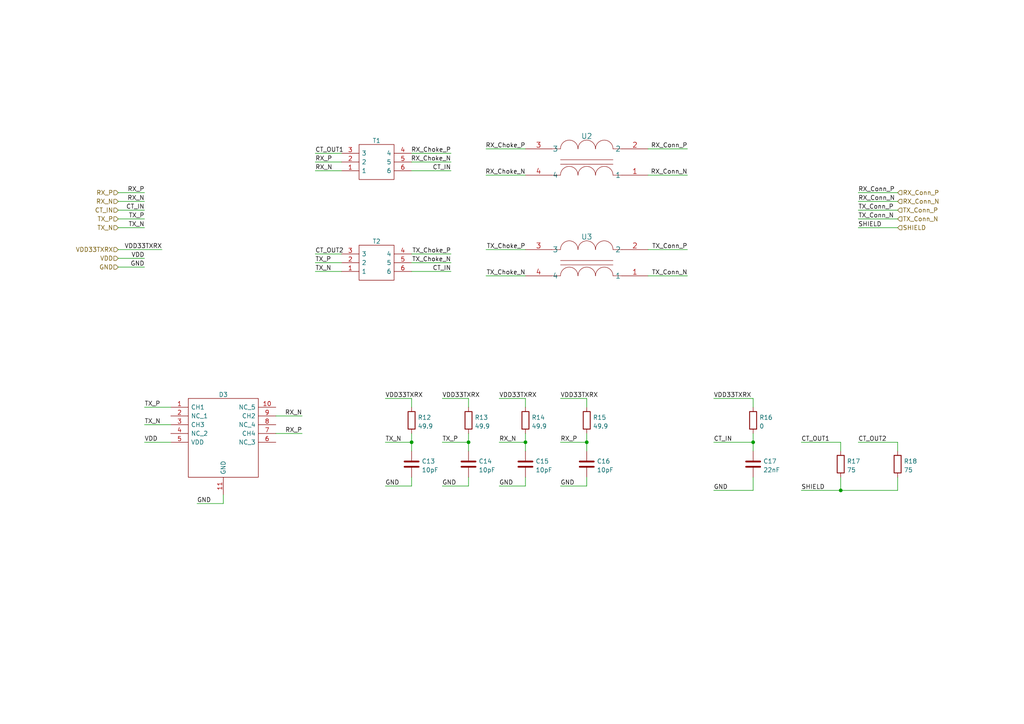
<source format=kicad_sch>
(kicad_sch (version 20230121) (generator eeschema)
  (paper "A4")
  (lib_symbols
    (symbol "CMS_ESD_Protection:CDDFN10-3304NA" (pin_names (offset 0.762))
      (property "Reference" "D" (at 26.67 7.62 0))
      (symbol "CDDFN10-3304NA_0_0"
        (pin bidirectional line (at 0 0 0) (length 5.08) (name "CH1") (number "1"))
        (pin passive line (at 30.48 0 180) (length 5.08) (name "NC_5") (number "10"))
        (pin power_in line (at 15.24 -25.4 90) (length 5.08) (name "GND") (number "11"))
        (pin passive line (at 0 -2.54 0) (length 5.08) (name "NC_1") (number "2"))
        (pin bidirectional line (at 0 -5.08 0) (length 5.08) (name "CH3") (number "3"))
        (pin passive line (at 0 -7.62 0) (length 5.08) (name "NC_2") (number "4"))
        (pin power_in line (at 0 -10.16 0) (length 5.08) (name "VDD") (number "5"))
        (pin passive line (at 30.48 -10.16 180) (length 5.08) (name "NC_3") (number "6"))
        (pin bidirectional line (at 30.48 -7.62 180) (length 5.08) (name "CH4") (number "7"))
        (pin passive line (at 30.48 -5.08 180) (length 5.08) (name "NC_4") (number "8"))
        (pin bidirectional line (at 30.48 -2.54 180) (length 5.08) (name "CH2") (number "9"))
      )
      (symbol "CDDFN10-3304NA_0_1"
        (polyline (pts (xy 5.08 2.54) (xy 25.4 2.54) (xy 25.4 -20.32) (xy 5.08 -20.32) (xy 5.08 2.54)) (stroke (width 0.1524)))
      )
    )
    (symbol "CMS_Transformer_Choke:ACM2012-900-2P-T001" (pin_names (offset 0.254))
      (property "Reference" "U" (at 20.32 10.16 0))
      (property "Value" "ACM2012-900-2P-T001" (at 20.32 7.62 0))
      (symbol "ACM2012-900-2P-T001_1_1"
        (polyline (pts (xy 12.7 -7.62) (xy 15.24 -7.62)) (stroke (width 0.127)))
        (polyline (pts (xy 12.7 0) (xy 15.24 0)) (stroke (width 0.127)))
        (polyline (pts (xy 15.24 -3.175) (xy 30.48 -3.175)) (stroke (width 0.127)))
        (polyline (pts (xy 30.48 -4.445) (xy 15.24 -4.445)) (stroke (width 0.127)))
        (polyline (pts (xy 33.02 -7.62) (xy 30.48 -7.62)) (stroke (width 0.127)))
        (polyline (pts (xy 33.02 0) (xy 30.48 0)) (stroke (width 0.127)))
        (arc (start 15.24 -7.62) (mid 17.78 -10.149) (end 20.32 -7.62) (stroke (width 0.127)))
        (arc (start 15.24 0) (mid 17.78 -2.529) (end 20.32 0) (stroke (width 0.127)))
        (arc (start 20.32 -7.62) (mid 22.86 -10.149) (end 25.4 -7.62) (stroke (width 0.127)))
        (arc (start 20.32 0) (mid 22.86 -2.529) (end 25.4 0) (stroke (width 0.127)))
        (arc (start 25.4 -7.62) (mid 27.94 -10.149) (end 30.48 -7.62) (stroke (width 0.127)))
        (arc (start 25.4 0) (mid 27.94 -2.529) (end 30.48 0) (stroke (width 0.127)))
        (pin unspecified line (at 5.08 0 0) (length 7.62) (name "1") (number "1"))
        (pin unspecified line (at 5.08 -7.62 0) (length 7.62) (name "2") (number "2"))
        (pin unspecified line (at 40.64 -7.62 180) (length 7.62) (name "3") (number "3"))
        (pin unspecified line (at 40.64 0 180) (length 7.62) (name "4") (number "4"))
      )
    )
    (symbol "CMS_Transformer_Choke:ALT4532M-171-T001" (pin_names (offset 0.762))
      (property "Reference" "T" (at 16.51 7.62 0))
      (symbol "ALT4532M-171-T001_0_0"
        (pin passive line (at 0 -5.08 0) (length 5.08) (name "1") (number "1"))
        (pin passive line (at 0 -2.54 0) (length 5.08) (name "2") (number "2"))
        (pin passive line (at 0 0 0) (length 5.08) (name "3") (number "3"))
        (pin passive line (at 20.32 0 180) (length 5.08) (name "4") (number "4"))
        (pin passive line (at 20.32 -2.54 180) (length 5.08) (name "5") (number "5"))
        (pin passive line (at 20.32 -5.08 180) (length 5.08) (name "6") (number "6"))
      )
      (symbol "ALT4532M-171-T001_0_1"
        (polyline (pts (xy 5.08 2.54) (xy 15.24 2.54) (xy 15.24 -7.62) (xy 5.08 -7.62) (xy 5.08 2.54)) (stroke (width 0.1524)))
      )
    )
    (symbol "Device:C" (pin_numbers hide) (pin_names (offset 0.254))
      (property "Reference" "C" (at 0.635 2.54 0))
      (property "Value" "C" (at 0.635 -2.54 0))
      (symbol "C_0_1"
        (polyline (pts (xy -2.032 -0.762) (xy 2.032 -0.762)) (stroke (width 0.508)))
        (polyline (pts (xy -2.032 0.762) (xy 2.032 0.762)) (stroke (width 0.508)))
      )
      (symbol "C_1_1"
        (pin passive line (at 0 3.81 270) (length 2.794) (name "~") (number "1"))
        (pin passive line (at 0 -3.81 90) (length 2.794) (name "~") (number "2"))
      )
    )
    (symbol "Device:R" (pin_numbers hide) (pin_names (offset 0))
      (property "Reference" "R" (at 2.032 0 90))
      (property "Value" "R" (at 0 0 90))
      (symbol "R_0_1"
        (rectangle (start -1.016 -2.54) (end 1.016 2.54) (stroke (width 0.254)))
      )
      (symbol "R_1_1"
        (pin passive line (at 0 3.81 270) (length 1.27) (name "~") (number "1"))
        (pin passive line (at 0 -3.81 90) (length 1.27) (name "~") (number "2"))
      )
    )
  )
  (junction (at 170.18 128.27))
  (junction (at 218.44 128.27))
  (junction (at 135.89 128.27))
  (junction (at 119.38 128.27))
  (junction (at 243.84 142.24))
  (junction (at 152.4 128.27))
  (wire (pts (xy 199.39 72.39) (xy 187.96 72.39)))
  (wire (pts (xy 152.4 72.39) (xy 140.97 72.39)))
  (wire (pts (xy 248.92 58.42) (xy 260.35 58.42)))
  (wire (pts (xy 34.29 58.42) (xy 41.91 58.42)))
  (wire (pts (xy 260.35 142.24) (xy 243.84 142.24)))
  (wire (pts (xy 152.4 128.27) (xy 152.4 130.81)))
  (wire (pts (xy 152.4 80.01) (xy 140.97 80.01)))
  (wire (pts (xy 130.81 78.74) (xy 119.38 78.74)))
  (wire (pts (xy 91.44 78.74) (xy 99.06 78.74)))
  (wire (pts (xy 218.44 118.11) (xy 218.44 115.57)))
  (wire (pts (xy 111.76 115.57) (xy 119.38 115.57)))
  (wire (pts (xy 135.89 125.73) (xy 135.89 128.27)))
  (wire (pts (xy 111.76 140.97) (xy 119.38 140.97)))
  (wire (pts (xy 248.92 128.27) (xy 260.35 128.27)))
  (wire (pts (xy 218.44 125.73) (xy 218.44 128.27)))
  (wire (pts (xy 34.29 77.47) (xy 41.91 77.47)))
  (wire (pts (xy 34.29 72.39) (xy 46.99 72.39)))
  (wire (pts (xy 128.27 115.57) (xy 135.89 115.57)))
  (wire (pts (xy 170.18 118.11) (xy 170.18 115.57)))
  (wire (pts (xy 135.89 138.43) (xy 135.89 140.97)))
  (wire (pts (xy 130.81 76.2) (xy 119.38 76.2)))
  (wire (pts (xy 64.77 143.51) (xy 64.77 146.05)))
  (wire (pts (xy 130.81 44.45) (xy 119.38 44.45)))
  (wire (pts (xy 119.38 125.73) (xy 119.38 128.27)))
  (wire (pts (xy 91.44 76.2) (xy 99.06 76.2)))
  (wire (pts (xy 128.27 140.97) (xy 135.89 140.97)))
  (wire (pts (xy 162.56 140.97) (xy 170.18 140.97)))
  (wire (pts (xy 119.38 128.27) (xy 111.76 128.27)))
  (wire (pts (xy 80.01 120.65) (xy 87.63 120.65)))
  (wire (pts (xy 144.78 140.97) (xy 152.4 140.97)))
  (wire (pts (xy 218.44 128.27) (xy 218.44 130.81)))
  (wire (pts (xy 119.38 128.27) (xy 119.38 130.81)))
  (wire (pts (xy 199.39 50.8) (xy 187.96 50.8)))
  (wire (pts (xy 248.92 55.88) (xy 260.35 55.88)))
  (wire (pts (xy 144.78 115.57) (xy 152.4 115.57)))
  (wire (pts (xy 170.18 138.43) (xy 170.18 140.97)))
  (wire (pts (xy 91.44 73.66) (xy 99.06 73.66)))
  (wire (pts (xy 130.81 46.99) (xy 119.38 46.99)))
  (wire (pts (xy 152.4 118.11) (xy 152.4 115.57)))
  (wire (pts (xy 135.89 118.11) (xy 135.89 115.57)))
  (wire (pts (xy 152.4 138.43) (xy 152.4 140.97)))
  (wire (pts (xy 135.89 128.27) (xy 135.89 130.81)))
  (wire (pts (xy 152.4 125.73) (xy 152.4 128.27)))
  (wire (pts (xy 207.01 128.27) (xy 218.44 128.27)))
  (wire (pts (xy 199.39 80.01) (xy 187.96 80.01)))
  (wire (pts (xy 218.44 138.43) (xy 218.44 142.24)))
  (wire (pts (xy 207.01 115.57) (xy 218.44 115.57)))
  (wire (pts (xy 260.35 138.43) (xy 260.35 142.24)))
  (wire (pts (xy 34.29 63.5) (xy 41.91 63.5)))
  (wire (pts (xy 41.91 123.19) (xy 49.53 123.19)))
  (wire (pts (xy 248.92 60.96) (xy 260.35 60.96)))
  (wire (pts (xy 80.01 125.73) (xy 87.63 125.73)))
  (wire (pts (xy 243.84 138.43) (xy 243.84 142.24)))
  (wire (pts (xy 248.92 66.04) (xy 260.35 66.04)))
  (wire (pts (xy 260.35 128.27) (xy 260.35 130.81)))
  (wire (pts (xy 91.44 46.99) (xy 99.06 46.99)))
  (wire (pts (xy 130.81 49.53) (xy 119.38 49.53)))
  (wire (pts (xy 170.18 128.27) (xy 162.56 128.27)))
  (wire (pts (xy 130.81 73.66) (xy 119.38 73.66)))
  (wire (pts (xy 170.18 125.73) (xy 170.18 128.27)))
  (wire (pts (xy 152.4 128.27) (xy 144.78 128.27)))
  (wire (pts (xy 34.29 74.93) (xy 41.91 74.93)))
  (wire (pts (xy 232.41 142.24) (xy 243.84 142.24)))
  (wire (pts (xy 91.44 44.45) (xy 99.06 44.45)))
  (wire (pts (xy 243.84 128.27) (xy 243.84 130.81)))
  (wire (pts (xy 41.91 118.11) (xy 49.53 118.11)))
  (wire (pts (xy 57.15 146.05) (xy 64.77 146.05)))
  (wire (pts (xy 170.18 128.27) (xy 170.18 130.81)))
  (wire (pts (xy 41.91 60.96) (xy 34.29 60.96)))
  (wire (pts (xy 199.39 43.18) (xy 187.96 43.18)))
  (wire (pts (xy 49.53 128.27) (xy 41.91 128.27)))
  (wire (pts (xy 119.38 138.43) (xy 119.38 140.97)))
  (wire (pts (xy 152.4 43.18) (xy 140.97 43.18)))
  (wire (pts (xy 135.89 128.27) (xy 128.27 128.27)))
  (wire (pts (xy 119.38 118.11) (xy 119.38 115.57)))
  (wire (pts (xy 34.29 66.04) (xy 41.91 66.04)))
  (wire (pts (xy 91.44 49.53) (xy 99.06 49.53)))
  (wire (pts (xy 232.41 128.27) (xy 243.84 128.27)))
  (wire (pts (xy 162.56 115.57) (xy 170.18 115.57)))
  (wire (pts (xy 152.4 50.8) (xy 140.97 50.8)))
  (wire (pts (xy 207.01 142.24) (xy 218.44 142.24)))
  (wire (pts (xy 34.29 55.88) (xy 41.91 55.88)))
  (wire (pts (xy 248.92 63.5) (xy 260.35 63.5)))
  (label "TX_Conn_P" (at 248.92 60.96 0))
  (label "VDD33TXRX" (at 144.78 115.57 0))
  (label "TX_P" (at 41.91 63.5 180))
  (label "CT_OUT1" (at 91.44 44.45 0))
  (label "GND" (at 128.27 140.97 0))
  (label "RX_Conn_N" (at 248.92 58.42 0))
  (label "RX_Choke_N" (at 152.4 50.8 180))
  (label "TX_Conn_P" (at 199.39 72.39 180))
  (label "CT_IN" (at 207.01 128.27 0))
  (label "GND" (at 41.91 77.47 180))
  (label "VDD33TXRX" (at 46.99 72.39 180))
  (label "TX_Choke_N" (at 130.81 76.2 180))
  (label "RX_P" (at 91.44 46.99 0))
  (label "RX_N" (at 41.91 58.42 180))
  (label "RX_N" (at 91.44 49.53 0))
  (label "SHIELD" (at 232.41 142.24 0))
  (label "CT_IN" (at 130.81 78.74 180))
  (label "TX_N" (at 111.76 128.27 0))
  (label "VDD33TXRX" (at 207.01 115.57 0))
  (label "RX_P" (at 87.63 125.73 180))
  (label "CT_OUT2" (at 248.92 128.27 0))
  (label "VDD33TXRX" (at 162.56 115.57 0))
  (label "CT_IN" (at 41.91 60.96 180))
  (label "TX_N" (at 41.91 66.04 180))
  (label "RX_N" (at 87.63 120.65 180))
  (label "RX_Choke_P" (at 152.4 43.18 180))
  (label "TX_P" (at 41.91 118.11 0))
  (label "CT_IN" (at 130.81 49.53 180))
  (label "CT_OUT2" (at 91.44 73.66 0))
  (label "VDD" (at 41.91 74.93 180))
  (label "RX_P" (at 41.91 55.88 180))
  (label "RX_P" (at 162.56 128.27 0))
  (label "TX_N" (at 41.91 123.19 0))
  (label "RX_Conn_N" (at 199.39 50.8 180))
  (label "TX_Conn_N" (at 199.39 80.01 180))
  (label "RX_Choke_N" (at 130.81 46.99 180))
  (label "RX_Choke_P" (at 130.81 44.45 180))
  (label "GND" (at 162.56 140.97 0))
  (label "GND" (at 207.01 142.24 0))
  (label "SHIELD" (at 248.92 66.04 0))
  (label "TX_Conn_N" (at 248.92 63.5 0))
  (label "TX_Choke_N" (at 152.4 80.01 180))
  (label "RX_Conn_P" (at 248.92 55.88 0))
  (label "VDD" (at 41.91 128.27 0))
  (label "VDD33TXRX" (at 128.27 115.57 0))
  (label "TX_Choke_P" (at 152.4 72.39 180))
  (label "GND" (at 144.78 140.97 0))
  (label "TX_N" (at 91.44 78.74 0))
  (label "TX_P" (at 128.27 128.27 0))
  (label "RX_Conn_P" (at 199.39 43.18 180))
  (label "RX_N" (at 144.78 128.27 0))
  (label "GND" (at 111.76 140.97 0))
  (label "CT_OUT1" (at 232.41 128.27 0))
  (label "GND" (at 57.15 146.05 0))
  (label "TX_P" (at 91.44 76.2 0))
  (label "VDD33TXRX" (at 111.76 115.57 0))
  (label "TX_Choke_P" (at 130.81 73.66 180))
  (hierarchical_label "SHIELD" (shape input) (at 260.35 66.04 0))
  (hierarchical_label "CT_IN" (shape input) (at 34.29 60.96 180))
  (hierarchical_label "VDD33TXRX" (shape input) (at 34.29 72.39 180))
  (hierarchical_label "GND" (shape input) (at 34.29 77.47 180))
  (hierarchical_label "VDD" (shape input) (at 34.29 74.93 180))
  (hierarchical_label "TX_Conn_N" (shape input) (at 260.35 63.5 0))
  (hierarchical_label "RX_Conn_P" (shape input) (at 260.35 55.88 0))
  (hierarchical_label "RX_P" (shape input) (at 34.29 55.88 180))
  (hierarchical_label "TX_P" (shape input) (at 34.29 63.5 180))
  (hierarchical_label "TX_Conn_P" (shape input) (at 260.35 60.96 0))
  (hierarchical_label "TX_N" (shape input) (at 34.29 66.04 180))
  (hierarchical_label "RX_Conn_N" (shape input) (at 260.35 58.42 0))
  (hierarchical_label "RX_N" (shape input) (at 34.29 58.42 180))
  (symbol (lib_id "Device:C") (at 218.44 134.62 0) (unit 1)
    (property "Reference" "C17" (at 221.361 133.7853 0) (effects (justify left)))
    (property "Value" "22nF" (at 221.361 136.3222 0) (effects (justify left)))
    (property "Footprint" "Capacitor_SMD:C_0603_1608Metric" (effects hide))
    (property "MPN" "C1608X7R1H223K080AA" (effects hide))
  )
  (symbol (lib_id "Device:R") (at 218.44 121.92 180) (unit 1)
    (property "Reference" "R16" (at 220.218 121.0853 0) (effects (justify right)))
    (property "Value" "0" (at 220.218 123.6222 0) (effects (justify right)))
    (property "Footprint" "Resistor_SMD:R_0603_1608Metric_Pad0.98x0.95mm_HandSolder" (effects hide))
    (property "MPN" "RC0603JR-070RL" (effects hide))
  )
  (symbol (lib_id "Device:C") (at 170.18 134.62 0) (unit 1)
    (property "Reference" "C16" (at 173.101 133.7853 0) (effects (justify left)))
    (property "Value" "10pF" (at 173.101 136.3222 0) (effects (justify left)))
    (property "Footprint" "Capacitor_SMD:C_0402_1005Metric" (effects hide))
    (property "MPN" "C0402C100K5RACAUTO" (effects hide))
  )
  (symbol (lib_id "Device:R") (at 170.18 121.92 180) (unit 1)
    (property "Reference" "R15" (at 171.958 121.0853 0) (effects (justify right)))
    (property "Value" "49.9" (at 171.958 123.6222 0) (effects (justify right)))
    (property "Footprint" "Resistor_SMD:R_0402_1005Metric" (effects hide))
    (property "MPN" "SDR03EZPF49R9" (effects hide))
  )
  (symbol (lib_id "CMS_Transformer_Choke:ACM2012-900-2P-T001") (at 193.04 50.8 180) (unit 1)
    (property "Reference" "U2" (at 170.18 39.4858 0) (effects (font (size 1.524 1.524))))
    (property "Value" "ACM2012-121-2P-T001" (effects hide))
    (property "Footprint" "CMS_Transformer_Choke:ACM2012-900-2P-T001" (effects hide))
    (property "MPN" "ACM2012-121-2P-T001" (effects hide))
  )
  (symbol (lib_id "CMS_Transformer_Choke:ALT4532M-171-T001") (at 99.06 44.45 0) (unit 1)
    (property "Reference" "T1" (at 109.22 40.798 0))
    (property "Value" "ALT4532M-201-T001" (effects hide))
    (property "Footprint" "CMS_Transformer_Choke:ALT4532M171T001" (effects hide))
    (property "Datasheet" "https://product.tdk.com/system/files/dam/doc/product/transformer/transformer/lan/catalog/trans_alt_en.pdf" (effects hide))
    (property "MPN" "ALT4532M-171-T001" (effects hide))
  )
  (symbol (lib_id "Device:R") (at 243.84 134.62 0) (unit 1)
    (property "Reference" "R17" (at 245.618 133.7853 0) (effects (justify left)))
    (property "Value" "75" (at 245.618 136.3222 0) (effects (justify left)))
    (property "Footprint" "Resistor_SMD:R_0603_1608Metric_Pad0.98x0.95mm_HandSolder" (effects hide))
    (property "MPN" "ESR03EZPJ750" (effects hide))
  )
  (symbol (lib_id "Device:C") (at 152.4 134.62 0) (unit 1)
    (property "Reference" "C15" (at 155.321 133.7853 0) (effects (justify left)))
    (property "Value" "10pF" (at 155.321 136.3222 0) (effects (justify left)))
    (property "Footprint" "Capacitor_SMD:C_0402_1005Metric" (effects hide))
    (property "MPN" "C0402C100K5RACAUTO" (effects hide))
  )
  (symbol (lib_id "Device:R") (at 135.89 121.92 180) (unit 1)
    (property "Reference" "R13" (at 137.668 121.0853 0) (effects (justify right)))
    (property "Value" "49.9" (at 137.668 123.6222 0) (effects (justify right)))
    (property "Footprint" "Resistor_SMD:R_0402_1005Metric" (effects hide))
    (property "MPN" "SDR03EZPF49R9" (effects hide))
  )
  (symbol (lib_id "Device:R") (at 119.38 121.92 180) (unit 1)
    (property "Reference" "R12" (at 121.158 121.0853 0) (effects (justify right)))
    (property "Value" "49.9" (at 121.158 123.6222 0) (effects (justify right)))
    (property "Footprint" "Resistor_SMD:R_0402_1005Metric" (effects hide))
    (property "MPN" "SDR03EZPF49R9" (effects hide))
  )
  (symbol (lib_id "Device:R") (at 260.35 134.62 0) (unit 1)
    (property "Reference" "R18" (at 262.128 133.7853 0) (effects (justify left)))
    (property "Value" "75" (at 262.128 136.3222 0) (effects (justify left)))
    (property "Footprint" "Resistor_SMD:R_0603_1608Metric_Pad0.98x0.95mm_HandSolder" (effects hide))
    (property "MPN" "ESR03EZPJ750" (effects hide))
  )
  (symbol (lib_id "Device:R") (at 152.4 121.92 180) (unit 1)
    (property "Reference" "R14" (at 154.178 121.0853 0) (effects (justify right)))
    (property "Value" "49.9" (at 154.178 123.6222 0) (effects (justify right)))
    (property "Footprint" "Resistor_SMD:R_0402_1005Metric" (effects hide))
    (property "MPN" "SDR03EZPF49R9" (effects hide))
  )
  (symbol (lib_id "CMS_ESD_Protection:CDDFN10-3304NA") (at 49.53 118.11 0) (unit 1)
    (property "Reference" "D3" (at 64.77 114.458 0))
    (property "Value" "CDDFN10-3304NA" (effects hide))
    (property "Footprint" "CMS_ESD_Protection:CDDFN10-3304NA" (effects hide))
    (property "Datasheet" "http://uk.rs-online.com/web/p/products/1651336" (effects hide))
    (property "MPN" "CDDFN10-3304NA" (effects hide))
  )
  (symbol (lib_id "Device:C") (at 135.89 134.62 0) (unit 1)
    (property "Reference" "C14" (at 138.811 133.7853 0) (effects (justify left)))
    (property "Value" "10pF" (at 138.811 136.3222 0) (effects (justify left)))
    (property "Footprint" "Capacitor_SMD:C_0402_1005Metric" (effects hide))
    (property "MPN" "C0402C100K5RACAUTO" (effects hide))
  )
  (symbol (lib_id "CMS_Transformer_Choke:ACM2012-900-2P-T001") (at 193.04 80.01 180) (unit 1)
    (property "Reference" "U3" (at 170.18 68.6958 0) (effects (font (size 1.524 1.524))))
    (property "Value" "ACM2012-121-2P-T001" (effects hide))
    (property "Footprint" "CMS_Transformer_Choke:ACM2012-900-2P-T001" (effects hide))
    (property "MPN" "ACM2012-121-2P-T001" (effects hide))
  )
  (symbol (lib_id "CMS_Transformer_Choke:ALT4532M-171-T001") (at 99.06 73.66 0) (unit 1)
    (property "Reference" "T2" (at 109.22 70.008 0))
    (property "Value" "ALT4532M-201-T001" (effects hide))
    (property "Footprint" "CMS_Transformer_Choke:ALT4532M171T001" (effects hide))
    (property "Datasheet" "https://product.tdk.com/system/files/dam/doc/product/transformer/transformer/lan/catalog/trans_alt_en.pdf" (effects hide))
    (property "MPN" "ALT4532M-171-T001" (effects hide))
  )
  (symbol (lib_id "Device:C") (at 119.38 134.62 0) (unit 1)
    (property "Reference" "C13" (at 122.301 133.7853 0) (effects (justify left)))
    (property "Value" "10pF" (at 122.301 136.3222 0) (effects (justify left)))
    (property "Footprint" "Capacitor_SMD:C_0402_1005Metric" (effects hide))
    (property "MPN" "C0402C100K5RACAUTO" (effects hide))
  )
)
</source>
